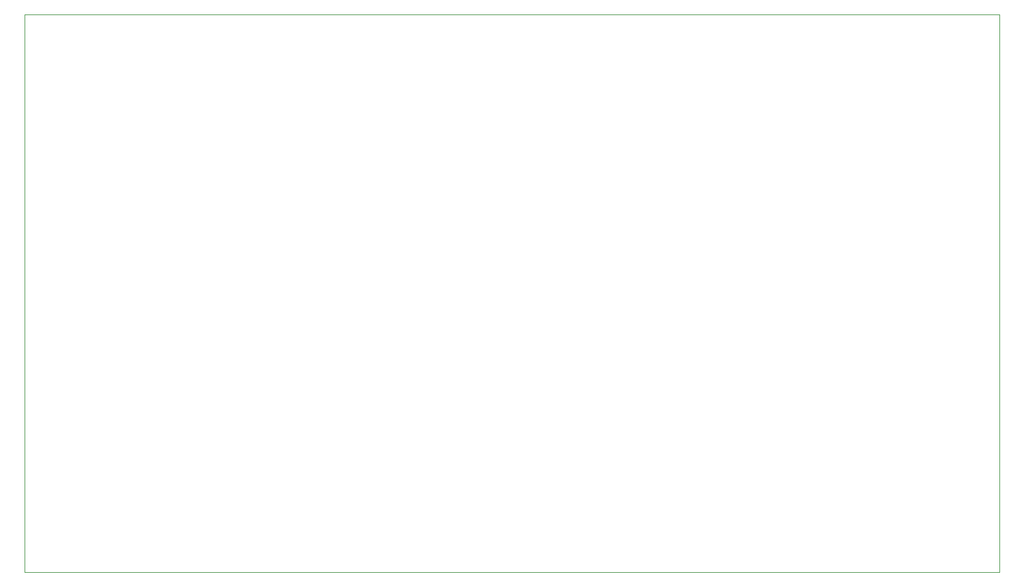
<source format=gm1>
G04 #@! TF.GenerationSoftware,KiCad,Pcbnew,(6.0.0)*
G04 #@! TF.CreationDate,2022-01-24T11:54:52+01:00*
G04 #@! TF.ProjectId,PUTM_EV_Front_Box_2022_P_ytka_Pozioma,5055544d-5f45-4565-9f46-726f6e745f42,rev?*
G04 #@! TF.SameCoordinates,Original*
G04 #@! TF.FileFunction,Profile,NP*
%FSLAX46Y46*%
G04 Gerber Fmt 4.6, Leading zero omitted, Abs format (unit mm)*
G04 Created by KiCad (PCBNEW (6.0.0)) date 2022-01-24 11:54:52*
%MOMM*%
%LPD*%
G01*
G04 APERTURE LIST*
G04 #@! TA.AperFunction,Profile*
%ADD10C,0.050000*%
G04 #@! TD*
G04 APERTURE END LIST*
D10*
X76610000Y-114937154D02*
X76610000Y-39937154D01*
X76610000Y-114937154D02*
X87570000Y-114937154D01*
X207570000Y-114937154D02*
X87570000Y-114937154D01*
X76610000Y-39937154D02*
X87570000Y-39937154D01*
X87570000Y-39937154D02*
X207570000Y-39937154D01*
X207570000Y-39937154D02*
X207570000Y-114937154D01*
M02*

</source>
